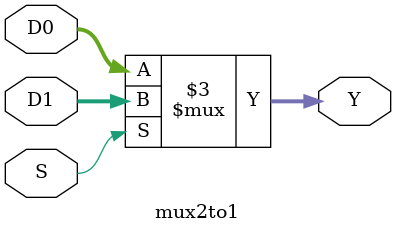
<source format=v>
module mux2to1 #(parameter DW = 32)(
output reg [DW-1:0] Y,
input S,
input [DW-1:0] D0, D1
);

always @(S or D1 or D0)
begin

	if (S)
	Y = D1;
	else
	Y = D0;
end 

endmodule
</source>
